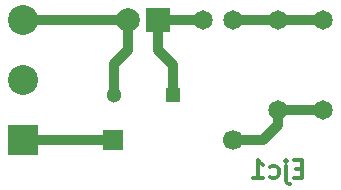
<source format=gbr>
G04 #@! TF.FileFunction,Copper,L2,Bot,Signal*
%FSLAX46Y46*%
G04 Gerber Fmt 4.6, Leading zero omitted, Abs format (unit mm)*
G04 Created by KiCad (PCBNEW 4.0.0-rc1-stable) date 30/11/2015 05:12:47 p.m.*
%MOMM*%
G01*
G04 APERTURE LIST*
%ADD10C,0.100000*%
%ADD11C,0.300000*%
%ADD12R,1.300000X1.300000*%
%ADD13C,1.300000*%
%ADD14R,2.000000X2.000000*%
%ADD15C,2.000000*%
%ADD16C,1.699260*%
%ADD17R,1.699260X1.699260*%
%ADD18R,2.540000X2.540000*%
%ADD19C,2.540000*%
%ADD20C,1.651000*%
%ADD21C,0.812800*%
G04 APERTURE END LIST*
D10*
D11*
X173485714Y-118002857D02*
X172985714Y-118002857D01*
X172771428Y-118788571D02*
X173485714Y-118788571D01*
X173485714Y-117288571D01*
X172771428Y-117288571D01*
X172128571Y-117788571D02*
X172128571Y-119074286D01*
X172200000Y-119217143D01*
X172342857Y-119288571D01*
X172414285Y-119288571D01*
X172128571Y-117288571D02*
X172200000Y-117360000D01*
X172128571Y-117431429D01*
X172057143Y-117360000D01*
X172128571Y-117288571D01*
X172128571Y-117431429D01*
X170771428Y-118717143D02*
X170914285Y-118788571D01*
X171199999Y-118788571D01*
X171342857Y-118717143D01*
X171414285Y-118645714D01*
X171485714Y-118502857D01*
X171485714Y-118074286D01*
X171414285Y-117931429D01*
X171342857Y-117860000D01*
X171199999Y-117788571D01*
X170914285Y-117788571D01*
X170771428Y-117860000D01*
X169342857Y-118788571D02*
X170200000Y-118788571D01*
X169771428Y-118788571D02*
X169771428Y-117288571D01*
X169914285Y-117502857D01*
X170057143Y-117645714D01*
X170200000Y-117717143D01*
D12*
X162560000Y-111760000D03*
D13*
X157560000Y-111760000D03*
D14*
X161290000Y-105410000D03*
D15*
X158750000Y-105410000D03*
D16*
X167640520Y-115567460D03*
D17*
X157480520Y-115567460D03*
D18*
X149860000Y-115570000D03*
D19*
X149860000Y-110490000D03*
X149860000Y-105410000D03*
D20*
X171450000Y-105410000D03*
X171450000Y-113030000D03*
X175260000Y-105410000D03*
X175260000Y-113030000D03*
X167640000Y-105410000D03*
X165100000Y-105410000D03*
D21*
X175260000Y-105410000D02*
X171450000Y-105410000D01*
X161290000Y-105410000D02*
X165100000Y-105410000D01*
X167640000Y-105410000D02*
X171450000Y-105410000D01*
X162560000Y-111760000D02*
X162560000Y-109220000D01*
X161290000Y-107950000D02*
X161290000Y-105410000D01*
X162560000Y-109220000D02*
X161290000Y-107950000D01*
X157560000Y-111760000D02*
X157560000Y-109140000D01*
X158750000Y-107950000D02*
X158750000Y-105410000D01*
X157560000Y-109140000D02*
X158750000Y-107950000D01*
X149860000Y-105410000D02*
X158750000Y-105410000D01*
X175260000Y-113030000D02*
X171450000Y-113030000D01*
X167640520Y-115567460D02*
X170182540Y-115567460D01*
X171450000Y-114300000D02*
X171450000Y-113030000D01*
X170182540Y-115567460D02*
X171450000Y-114300000D01*
X149860000Y-115570000D02*
X157477980Y-115570000D01*
X157477980Y-115570000D02*
X157480520Y-115567460D01*
M02*

</source>
